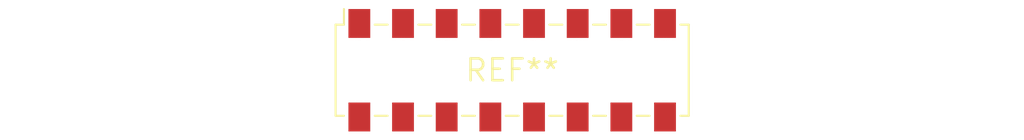
<source format=kicad_pcb>
(kicad_pcb (version 20240108) (generator pcbnew)
  (layers (0 "F.Cu" signal) (31 "B.Cu" signal) (34 "B.Paste" user) (35 "F.Paste" user) (36 "B.SilkS" user "B.Silkscreen") (37 "F.SilkS" user "F.Silkscreen") (38 "B.Mask" user) (39 "F.Mask" user) (44 "Edge.Cuts" user))
  (net 0 "")
  (footprint "Samtec_HLE-108-02-xxx-DV-BE_2x08_P2.54mm_Horizontal" (layer "F.Cu") (at 0 0)
    (property "Reference" "REF**")
    (property "Value" "Samtec_HLE-108-02-xxx-DV-BE_2x08_P2.54mm_Horizontal")
    (fp_line (start -10.27 -2.65) (end -10.27 2.65) (layer "F.SilkS") (stroke (width 0.12)))
    (fp_line (start -10.27 2.65) (end -9.785 2.65) (layer "F.SilkS") (stroke (width 0.12)))
    (fp_line (start -9.785 -3.56) (end -9.785 -2.65) (layer "F.SilkS") (stroke (width 0.12)))
    (fp_line (start -9.785 -2.65) (end -10.27 -2.65) (layer "F.SilkS") (stroke (width 0.12)))
    (fp_line (start -7.995 -2.65) (end -7.245 -2.65) (layer "F.SilkS") (stroke (width 0.12)))
    (fp_line (start -7.995 2.65) (end -7.245 2.65) (layer "F.SilkS") (stroke (width 0.12)))
    (fp_line (start -5.455 -2.65) (end -4.705 -2.65) (layer "F.SilkS") (stroke (width 0.12)))
    (fp_line (start -5.455 2.65) (end -4.705 2.65) (layer "F.SilkS") (stroke (width 0.12)))
    (fp_line (start -2.915 -2.65) (end -2.165 -2.65) (layer "F.SilkS") (stroke (width 0.12)))
    (fp_line (start -2.915 2.65) (end -2.165 2.65) (layer "F.SilkS") (stroke (width 0.12)))
    (fp_line (start -0.375 -2.65) (end 0.375 -2.65) (layer "F.SilkS") (stroke (width 0.12)))
    (fp_line (start -0.375 2.65) (end 0.375 2.65) (layer "F.SilkS") (stroke (width 0.12)))
    (fp_line (start 2.165 -2.65) (end 2.915 -2.65) (layer "F.SilkS") (stroke (width 0.12)))
    (fp_line (start 2.165 2.65) (end 2.915 2.65) (layer "F.SilkS") (stroke (width 0.12)))
    (fp_line (start 4.705 -2.65) (end 5.455 -2.65) (layer "F.SilkS") (stroke (width 0.12)))
    (fp_line (start 4.705 2.65) (end 5.455 2.65) (layer "F.SilkS") (stroke (width 0.12)))
    (fp_line (start 7.245 -2.65) (end 7.995 -2.65) (layer "F.SilkS") (stroke (width 0.12)))
    (fp_line (start 7.245 2.65) (end 7.995 2.65) (layer "F.SilkS") (stroke (width 0.12)))
    (fp_line (start 9.785 -2.65) (end 10.27 -2.65) (layer "F.SilkS") (stroke (width 0.12)))
    (fp_line (start 10.27 -2.65) (end 10.27 2.65) (layer "F.SilkS") (stroke (width 0.12)))
    (fp_line (start 10.27 2.65) (end 9.785 2.65) (layer "F.SilkS") (stroke (width 0.12)))
    (pad "" np_thru_hole circle (at -8.89 -1.27) (size 0.97 0.97) (drill 0.97) (layers *.Cu *.Mask))
    (pad "" np_thru_hole circle (at -8.89 1.27) (size 0.97 0.97) (drill 0.97) (layers *.Cu *.Mask))
    (pad "" np_thru_hole circle (at -6.35 -1.27) (size 0.97 0.97) (drill 0.97) (layers *.Cu *.Mask))
    (pad "" np_thru_hole circle (at -6.35 1.27) (size 0.97 0.97) (drill 0.97) (layers *.Cu *.Mask))
    (pad "" np_thru_hole circle (at -3.81 -1.27) (size 0.97 0.97) (drill 0.97) (layers *.Cu *.Mask))
    (pad "" np_thru_hole circle (at -3.81 1.27) (size 0.97 0.97) (drill 0.97) (layers *.Cu *.Mask))
    (pad "" np_thru_hole circle (at -1.27 -1.27) (size 0.97 0.97) (drill 0.97) (layers *.Cu *.Mask))
    (pad "" np_thru_hole circle (at -1.27 1.27) (size 0.97 0.97) (drill 0.97) (layers *.Cu *.Mask))
    (pad "" np_thru_hole circle (at 1.27 -1.27) (size 0.97 0.97) (drill 0.97) (layers *.Cu *.Mask))
    (pad "" np_thru_hole circle (at 1.27 1.27) (size 0.97 0.97) (drill 0.97) (layers *.Cu *.Mask))
    (pad "" np_thru_hole circle (at 3.81 -1.27) (size 0.97 0.97) (drill 0.97) (layers *.Cu *.Mask))
    (pad "" np_thru_hole circle (at 3.81 1.27) (size 0.97 0.97) (drill 0.97) (layers *.Cu *.Mask))
    (pad "" np_thru_hole circle (at 6.35 -1.27) (size 0.97 0.97) (drill 0.97) (layers *.Cu *.Mask))
    (pad "" np_thru_hole circle (at 6.35 1.27) (size 0.97 0.97) (drill 0.97) (layers *.Cu *.Mask))
    (pad "" np_thru_hole circle (at 8.89 -1.27) (size 0.97 0.97) (drill 0.97) (layers *.Cu *.Mask))
    (pad "" np_thru_hole circle (at 8.89 1.27) (size 0.97 0.97) (drill 0.97) (layers *.Cu *.Mask))
    (pad "1" smd rect (at -8.89 -2.72) (size 1.27 1.68) (layers "F.Cu" "F.Paste" "F.Mask"))
    (pad "2" smd rect (at -8.89 2.72) (size 1.27 1.68) (layers "F.Cu" "F.Paste" "F.Mask"))
    (pad "3" smd rect (at -6.35 -2.72) (size 1.27 1.68) (layers "F.Cu" "F.Paste" "F.Mask"))
    (pad "4" smd rect (at -6.35 2.72) (size 1.27 1.68) (layers "F.Cu" "F.Paste" "F.Mask"))
    (pad "5" smd rect (at -3.81 -2.72) (size 1.27 1.68) (layers "F.Cu" "F.Paste" "F.Mask"))
    (pad "6" smd rect (at -3.81 2.72) (size 1.27 1.68) (layers "F.Cu" "F.Paste" "F.Mask"))
    (pad "7" smd rect (at -1.27 -2.72) (size 1.27 1.68) (layers "F.Cu" "F.Paste" "F.Mask"))
    (pad "8" smd rect (at -1.27 2.72) (size 1.27 1.68) (layers "F.Cu" "F.Paste" "F.Mask"))
    (pad "9" smd rect (at 1.27 -2.72) (size 1.27 1.68) (layers "F.Cu" "F.Paste" "F.Mask"))
    (pad "10" smd rect (at 1.27 2.72) (size 1.27 1.68) (layers "F.Cu" "F.Paste" "F.Mask"))
    (pad "11" smd rect (at 3.81 -2.72) (size 1.27 1.68) (layers "F.Cu" "F.Paste" "F.Mask"))
    (pad "12" smd rect (at 3.81 2.72) (size 1.27 1.68) (layers "F.Cu" "F.Paste" "F.Mask"))
    (pad "13" smd rect (at 6.35 -2.72) (size 1.27 1.68) (layers "F.Cu" "F.Paste" "F.Mask"))
    (pad "14" smd rect (at 6.35 2.72) (size 1.27 1.68) (layers "F.Cu" "F.Paste" "F.Mask"))
    (pad "15" smd rect (at 8.89 -2.72) (size 1.27 1.68) (layers "F.Cu" "F.Paste" "F.Mask"))
    (pad "16" smd rect (at 8.89 2.72) (size 1.27 1.68) (layers "F.Cu" "F.Paste" "F.Mask"))
  )
)
</source>
